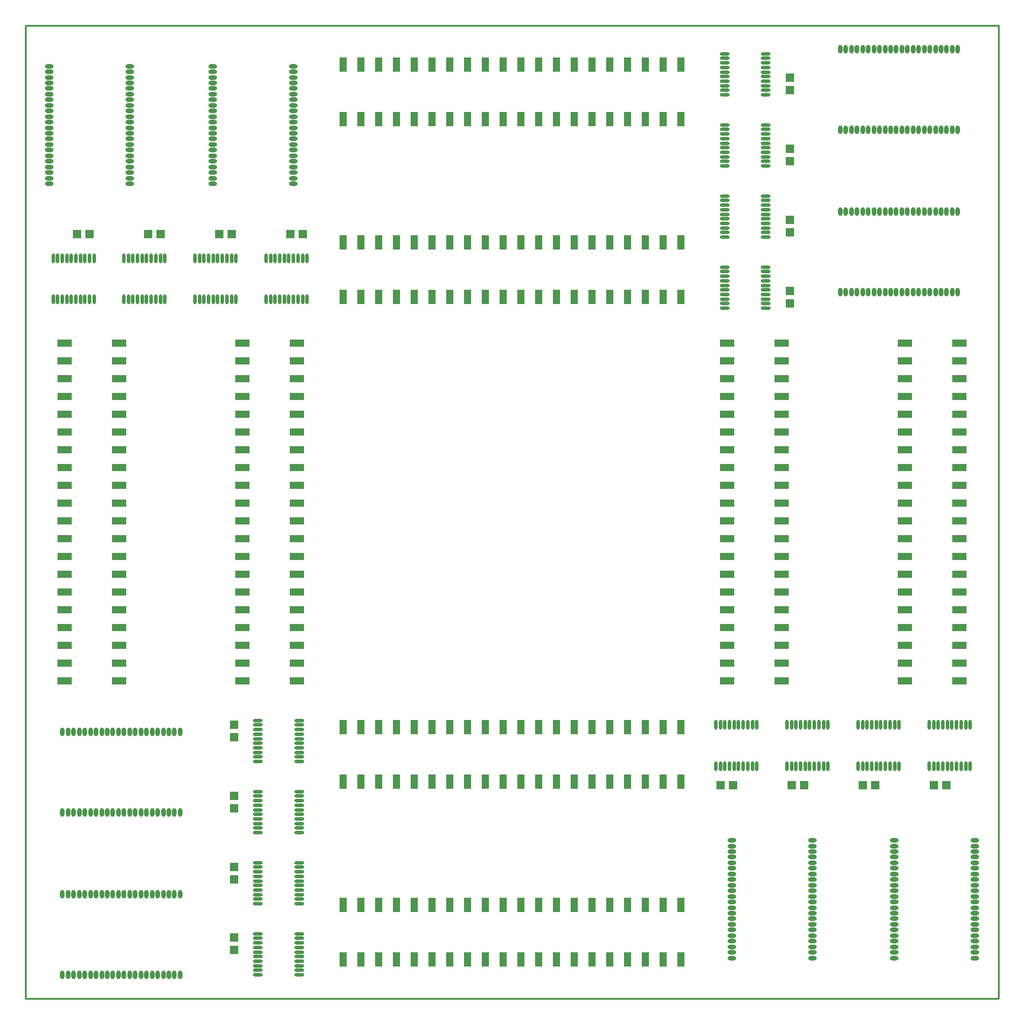
<source format=gtp>
G04 Layer_Color=8421504*
%FSLAX25Y25*%
%MOIN*%
G70*
G01*
G75*
%ADD10O,0.04724X0.02461*%
%ADD11O,0.01870X0.05512*%
%ADD12R,0.03937X0.07874*%
%ADD13R,0.07874X0.03937*%
%ADD14O,0.05512X0.01870*%
%ADD15O,0.02461X0.04724*%
%ADD16R,0.05000X0.05000*%
%ADD17R,0.05000X0.05000*%
%ADD19C,0.01000*%
D10*
X13362Y524571D02*
D03*
Y521421D02*
D03*
Y518272D02*
D03*
Y515122D02*
D03*
Y511972D02*
D03*
Y508823D02*
D03*
Y505673D02*
D03*
Y502524D02*
D03*
Y499374D02*
D03*
Y496224D02*
D03*
Y493075D02*
D03*
Y489925D02*
D03*
Y486776D02*
D03*
Y483626D02*
D03*
Y480476D02*
D03*
Y477327D02*
D03*
Y474177D02*
D03*
Y471028D02*
D03*
Y467878D02*
D03*
Y464728D02*
D03*
Y461579D02*
D03*
Y458429D02*
D03*
X58638Y524571D02*
D03*
Y521421D02*
D03*
Y518272D02*
D03*
Y515122D02*
D03*
Y511972D02*
D03*
Y508823D02*
D03*
Y505673D02*
D03*
Y502524D02*
D03*
Y499374D02*
D03*
Y496224D02*
D03*
Y493075D02*
D03*
Y489925D02*
D03*
Y486776D02*
D03*
Y483626D02*
D03*
Y480476D02*
D03*
Y477327D02*
D03*
Y474177D02*
D03*
Y471028D02*
D03*
Y467878D02*
D03*
Y464728D02*
D03*
Y461579D02*
D03*
Y458429D02*
D03*
X150638D02*
D03*
Y461579D02*
D03*
Y464728D02*
D03*
Y467878D02*
D03*
Y471028D02*
D03*
Y474177D02*
D03*
Y477327D02*
D03*
Y480476D02*
D03*
Y483626D02*
D03*
Y486776D02*
D03*
Y489925D02*
D03*
Y493075D02*
D03*
Y496224D02*
D03*
Y499374D02*
D03*
Y502524D02*
D03*
Y505673D02*
D03*
Y508823D02*
D03*
Y511972D02*
D03*
Y515122D02*
D03*
Y518272D02*
D03*
Y521421D02*
D03*
Y524571D02*
D03*
X105362Y458429D02*
D03*
Y461579D02*
D03*
Y464728D02*
D03*
Y467878D02*
D03*
Y471028D02*
D03*
Y474177D02*
D03*
Y477327D02*
D03*
Y480476D02*
D03*
Y483626D02*
D03*
Y486776D02*
D03*
Y489925D02*
D03*
Y493075D02*
D03*
Y496224D02*
D03*
Y499374D02*
D03*
Y502524D02*
D03*
Y505673D02*
D03*
Y508823D02*
D03*
Y511972D02*
D03*
Y515122D02*
D03*
Y518272D02*
D03*
Y521421D02*
D03*
Y524571D02*
D03*
X442638Y22929D02*
D03*
Y26079D02*
D03*
Y29228D02*
D03*
Y32378D02*
D03*
Y35528D02*
D03*
Y38677D02*
D03*
Y41827D02*
D03*
Y44976D02*
D03*
Y48126D02*
D03*
Y51276D02*
D03*
Y54425D02*
D03*
Y57575D02*
D03*
Y60724D02*
D03*
Y63874D02*
D03*
Y67024D02*
D03*
Y70173D02*
D03*
Y73323D02*
D03*
Y76472D02*
D03*
Y79622D02*
D03*
Y82772D02*
D03*
Y85921D02*
D03*
Y89071D02*
D03*
X397362Y22929D02*
D03*
Y26079D02*
D03*
Y29228D02*
D03*
Y32378D02*
D03*
Y35528D02*
D03*
Y38677D02*
D03*
Y41827D02*
D03*
Y44976D02*
D03*
Y48126D02*
D03*
Y51276D02*
D03*
Y54425D02*
D03*
Y57575D02*
D03*
Y60724D02*
D03*
Y63874D02*
D03*
Y67024D02*
D03*
Y70173D02*
D03*
Y73323D02*
D03*
Y76472D02*
D03*
Y79622D02*
D03*
Y82772D02*
D03*
Y85921D02*
D03*
Y89071D02*
D03*
X488862D02*
D03*
Y85921D02*
D03*
Y82772D02*
D03*
Y79622D02*
D03*
Y76472D02*
D03*
Y73323D02*
D03*
Y70173D02*
D03*
Y67024D02*
D03*
Y63874D02*
D03*
Y60724D02*
D03*
Y57575D02*
D03*
Y54425D02*
D03*
Y51276D02*
D03*
Y48126D02*
D03*
Y44976D02*
D03*
Y41827D02*
D03*
Y38677D02*
D03*
Y35528D02*
D03*
Y32378D02*
D03*
Y29228D02*
D03*
Y26079D02*
D03*
Y22929D02*
D03*
X534138Y89071D02*
D03*
Y85921D02*
D03*
Y82772D02*
D03*
Y79622D02*
D03*
Y76472D02*
D03*
Y73323D02*
D03*
Y70173D02*
D03*
Y67024D02*
D03*
Y63874D02*
D03*
Y60724D02*
D03*
Y57575D02*
D03*
Y54425D02*
D03*
Y51276D02*
D03*
Y48126D02*
D03*
Y44976D02*
D03*
Y41827D02*
D03*
Y38677D02*
D03*
Y35528D02*
D03*
Y32378D02*
D03*
Y29228D02*
D03*
Y26079D02*
D03*
Y22929D02*
D03*
D11*
X38713Y416614D02*
D03*
X36154D02*
D03*
X33595D02*
D03*
X31036D02*
D03*
X28477D02*
D03*
X25918D02*
D03*
X23359D02*
D03*
X20800D02*
D03*
X18241D02*
D03*
X15681D02*
D03*
X38713Y393386D02*
D03*
X36154D02*
D03*
X33595D02*
D03*
X31036D02*
D03*
X28477D02*
D03*
X25918D02*
D03*
X23359D02*
D03*
X20800D02*
D03*
X18241D02*
D03*
X15681D02*
D03*
X78516Y416614D02*
D03*
X75957D02*
D03*
X73398D02*
D03*
X70839D02*
D03*
X68280D02*
D03*
X65720D02*
D03*
X63161D02*
D03*
X60602D02*
D03*
X58043D02*
D03*
X55484D02*
D03*
X78516Y393386D02*
D03*
X75957D02*
D03*
X73398D02*
D03*
X70839D02*
D03*
X68280D02*
D03*
X65720D02*
D03*
X63161D02*
D03*
X60602D02*
D03*
X58043D02*
D03*
X55484D02*
D03*
X118516Y416614D02*
D03*
X115957D02*
D03*
X113398D02*
D03*
X110839D02*
D03*
X108280D02*
D03*
X105720D02*
D03*
X103161D02*
D03*
X100602D02*
D03*
X98043D02*
D03*
X95484D02*
D03*
X118516Y393386D02*
D03*
X115957D02*
D03*
X113398D02*
D03*
X110839D02*
D03*
X108280D02*
D03*
X105720D02*
D03*
X103161D02*
D03*
X100602D02*
D03*
X98043D02*
D03*
X95484D02*
D03*
X158516Y416614D02*
D03*
X155957D02*
D03*
X153398D02*
D03*
X150839D02*
D03*
X148280D02*
D03*
X145720D02*
D03*
X143161D02*
D03*
X140602D02*
D03*
X138043D02*
D03*
X135484D02*
D03*
X158516Y393386D02*
D03*
X155957D02*
D03*
X153398D02*
D03*
X150839D02*
D03*
X148280D02*
D03*
X145720D02*
D03*
X143161D02*
D03*
X140602D02*
D03*
X138043D02*
D03*
X135484D02*
D03*
X388484Y130886D02*
D03*
X391043D02*
D03*
X393602D02*
D03*
X396161D02*
D03*
X398720D02*
D03*
X401280D02*
D03*
X403839D02*
D03*
X406398D02*
D03*
X408957D02*
D03*
X411516D02*
D03*
X388484Y154114D02*
D03*
X391043D02*
D03*
X393602D02*
D03*
X396161D02*
D03*
X398720D02*
D03*
X401280D02*
D03*
X403839D02*
D03*
X406398D02*
D03*
X408957D02*
D03*
X411516D02*
D03*
X428484Y130886D02*
D03*
X431043D02*
D03*
X433602D02*
D03*
X436161D02*
D03*
X438720D02*
D03*
X441280D02*
D03*
X443839D02*
D03*
X446398D02*
D03*
X448957D02*
D03*
X451516D02*
D03*
X428484Y154114D02*
D03*
X431043D02*
D03*
X433602D02*
D03*
X436161D02*
D03*
X438720D02*
D03*
X441280D02*
D03*
X443839D02*
D03*
X446398D02*
D03*
X448957D02*
D03*
X451516D02*
D03*
X468484Y130886D02*
D03*
X471043D02*
D03*
X473602D02*
D03*
X476161D02*
D03*
X478720D02*
D03*
X481280D02*
D03*
X483839D02*
D03*
X486398D02*
D03*
X488957D02*
D03*
X491516D02*
D03*
X468484Y154114D02*
D03*
X471043D02*
D03*
X473602D02*
D03*
X476161D02*
D03*
X478720D02*
D03*
X481280D02*
D03*
X483839D02*
D03*
X486398D02*
D03*
X488957D02*
D03*
X491516D02*
D03*
X508484Y130886D02*
D03*
X511043D02*
D03*
X513602D02*
D03*
X516161D02*
D03*
X518720D02*
D03*
X521280D02*
D03*
X523839D02*
D03*
X526398D02*
D03*
X528957D02*
D03*
X531516D02*
D03*
X508484Y154114D02*
D03*
X511043D02*
D03*
X513602D02*
D03*
X516161D02*
D03*
X518720D02*
D03*
X521280D02*
D03*
X523839D02*
D03*
X526398D02*
D03*
X528957D02*
D03*
X531516D02*
D03*
D12*
X328750Y525354D02*
D03*
X348750D02*
D03*
X358750D02*
D03*
X368750D02*
D03*
X338750D02*
D03*
X288750D02*
D03*
X318750D02*
D03*
X308750D02*
D03*
X298750D02*
D03*
X278750D02*
D03*
X238750D02*
D03*
X268750D02*
D03*
X258750D02*
D03*
X248750D02*
D03*
X228750D02*
D03*
X188750D02*
D03*
X218750D02*
D03*
X208750D02*
D03*
X198750D02*
D03*
X178750D02*
D03*
Y494646D02*
D03*
X198750D02*
D03*
X208750D02*
D03*
X218750D02*
D03*
X188750D02*
D03*
X228750D02*
D03*
X248750D02*
D03*
X258750D02*
D03*
X268750D02*
D03*
X238750D02*
D03*
X278750D02*
D03*
X298750D02*
D03*
X308750D02*
D03*
X318750D02*
D03*
X288750D02*
D03*
X338750D02*
D03*
X368750D02*
D03*
X358750D02*
D03*
X348750D02*
D03*
X328750D02*
D03*
Y425354D02*
D03*
X348750D02*
D03*
X358750D02*
D03*
X368750D02*
D03*
X338750D02*
D03*
X288750D02*
D03*
X318750D02*
D03*
X308750D02*
D03*
X298750D02*
D03*
X278750D02*
D03*
X238750D02*
D03*
X268750D02*
D03*
X258750D02*
D03*
X248750D02*
D03*
X228750D02*
D03*
X188750D02*
D03*
X218750D02*
D03*
X208750D02*
D03*
X198750D02*
D03*
X178750D02*
D03*
Y394646D02*
D03*
X198750D02*
D03*
X208750D02*
D03*
X218750D02*
D03*
X188750D02*
D03*
X228750D02*
D03*
X248750D02*
D03*
X258750D02*
D03*
X268750D02*
D03*
X238750D02*
D03*
X278750D02*
D03*
X298750D02*
D03*
X308750D02*
D03*
X318750D02*
D03*
X288750D02*
D03*
X338750D02*
D03*
X368750D02*
D03*
X358750D02*
D03*
X348750D02*
D03*
X328750D02*
D03*
X218750Y22146D02*
D03*
X198750D02*
D03*
X188750D02*
D03*
X178750D02*
D03*
X208750D02*
D03*
X258750D02*
D03*
X228750D02*
D03*
X238750D02*
D03*
X248750D02*
D03*
X268750D02*
D03*
X308750D02*
D03*
X278750D02*
D03*
X288750D02*
D03*
X298750D02*
D03*
X318750D02*
D03*
X358750D02*
D03*
X328750D02*
D03*
X338750D02*
D03*
X348750D02*
D03*
X368750D02*
D03*
Y52854D02*
D03*
X348750D02*
D03*
X338750D02*
D03*
X328750D02*
D03*
X358750D02*
D03*
X318750D02*
D03*
X298750D02*
D03*
X288750D02*
D03*
X278750D02*
D03*
X308750D02*
D03*
X268750D02*
D03*
X248750D02*
D03*
X238750D02*
D03*
X228750D02*
D03*
X258750D02*
D03*
X208750D02*
D03*
X178750D02*
D03*
X188750D02*
D03*
X198750D02*
D03*
X218750D02*
D03*
Y122146D02*
D03*
X198750D02*
D03*
X188750D02*
D03*
X178750D02*
D03*
X208750D02*
D03*
X258750D02*
D03*
X228750D02*
D03*
X238750D02*
D03*
X248750D02*
D03*
X268750D02*
D03*
X308750D02*
D03*
X278750D02*
D03*
X288750D02*
D03*
X298750D02*
D03*
X318750D02*
D03*
X358750D02*
D03*
X328750D02*
D03*
X338750D02*
D03*
X348750D02*
D03*
X368750D02*
D03*
Y152854D02*
D03*
X348750D02*
D03*
X338750D02*
D03*
X328750D02*
D03*
X358750D02*
D03*
X318750D02*
D03*
X298750D02*
D03*
X288750D02*
D03*
X278750D02*
D03*
X308750D02*
D03*
X268750D02*
D03*
X248750D02*
D03*
X238750D02*
D03*
X228750D02*
D03*
X258750D02*
D03*
X208750D02*
D03*
X178750D02*
D03*
X188750D02*
D03*
X198750D02*
D03*
X218750D02*
D03*
D13*
X525354Y218750D02*
D03*
Y198750D02*
D03*
Y188750D02*
D03*
Y178750D02*
D03*
Y208750D02*
D03*
Y258750D02*
D03*
Y228750D02*
D03*
Y238750D02*
D03*
Y248750D02*
D03*
Y268750D02*
D03*
Y308750D02*
D03*
Y278750D02*
D03*
Y288750D02*
D03*
Y298750D02*
D03*
Y318750D02*
D03*
Y358750D02*
D03*
Y328750D02*
D03*
Y338750D02*
D03*
Y348750D02*
D03*
Y368750D02*
D03*
X494646D02*
D03*
Y348750D02*
D03*
Y338750D02*
D03*
Y328750D02*
D03*
Y358750D02*
D03*
Y318750D02*
D03*
Y298750D02*
D03*
Y288750D02*
D03*
Y278750D02*
D03*
Y308750D02*
D03*
Y268750D02*
D03*
Y248750D02*
D03*
Y238750D02*
D03*
Y228750D02*
D03*
Y258750D02*
D03*
Y208750D02*
D03*
Y178750D02*
D03*
Y188750D02*
D03*
Y198750D02*
D03*
Y218750D02*
D03*
X425354D02*
D03*
Y198750D02*
D03*
Y188750D02*
D03*
Y178750D02*
D03*
Y208750D02*
D03*
Y258750D02*
D03*
Y228750D02*
D03*
Y238750D02*
D03*
Y248750D02*
D03*
Y268750D02*
D03*
Y308750D02*
D03*
Y278750D02*
D03*
Y288750D02*
D03*
Y298750D02*
D03*
Y318750D02*
D03*
Y358750D02*
D03*
Y328750D02*
D03*
Y338750D02*
D03*
Y348750D02*
D03*
Y368750D02*
D03*
X394646D02*
D03*
Y348750D02*
D03*
Y338750D02*
D03*
Y328750D02*
D03*
Y358750D02*
D03*
Y318750D02*
D03*
Y298750D02*
D03*
Y288750D02*
D03*
Y278750D02*
D03*
Y308750D02*
D03*
Y268750D02*
D03*
Y248750D02*
D03*
Y238750D02*
D03*
Y228750D02*
D03*
Y258750D02*
D03*
Y208750D02*
D03*
Y178750D02*
D03*
Y188750D02*
D03*
Y198750D02*
D03*
Y218750D02*
D03*
X22146Y328750D02*
D03*
Y348750D02*
D03*
Y358750D02*
D03*
Y368750D02*
D03*
Y338750D02*
D03*
Y288750D02*
D03*
Y318750D02*
D03*
Y308750D02*
D03*
Y298750D02*
D03*
Y278750D02*
D03*
Y238750D02*
D03*
Y268750D02*
D03*
Y258750D02*
D03*
Y248750D02*
D03*
Y228750D02*
D03*
Y188750D02*
D03*
Y218750D02*
D03*
Y208750D02*
D03*
Y198750D02*
D03*
Y178750D02*
D03*
X52854D02*
D03*
Y198750D02*
D03*
Y208750D02*
D03*
Y218750D02*
D03*
Y188750D02*
D03*
Y228750D02*
D03*
Y248750D02*
D03*
Y258750D02*
D03*
Y268750D02*
D03*
Y238750D02*
D03*
Y278750D02*
D03*
Y298750D02*
D03*
Y308750D02*
D03*
Y318750D02*
D03*
Y288750D02*
D03*
Y338750D02*
D03*
Y368750D02*
D03*
Y358750D02*
D03*
Y348750D02*
D03*
Y328750D02*
D03*
X122146D02*
D03*
Y348750D02*
D03*
Y358750D02*
D03*
Y368750D02*
D03*
Y338750D02*
D03*
Y288750D02*
D03*
Y318750D02*
D03*
Y308750D02*
D03*
Y298750D02*
D03*
Y278750D02*
D03*
Y238750D02*
D03*
Y268750D02*
D03*
Y258750D02*
D03*
Y248750D02*
D03*
Y228750D02*
D03*
Y188750D02*
D03*
Y218750D02*
D03*
Y208750D02*
D03*
Y198750D02*
D03*
Y178750D02*
D03*
X152854D02*
D03*
Y198750D02*
D03*
Y208750D02*
D03*
Y218750D02*
D03*
Y188750D02*
D03*
Y228750D02*
D03*
Y248750D02*
D03*
Y258750D02*
D03*
Y268750D02*
D03*
Y238750D02*
D03*
Y278750D02*
D03*
Y298750D02*
D03*
Y308750D02*
D03*
Y318750D02*
D03*
Y288750D02*
D03*
Y338750D02*
D03*
Y368750D02*
D03*
Y358750D02*
D03*
Y348750D02*
D03*
Y328750D02*
D03*
D14*
X416614Y428484D02*
D03*
Y431043D02*
D03*
Y433602D02*
D03*
Y436161D02*
D03*
Y438720D02*
D03*
Y441280D02*
D03*
Y443839D02*
D03*
Y446398D02*
D03*
Y448957D02*
D03*
Y451516D02*
D03*
X393386Y428484D02*
D03*
Y431043D02*
D03*
Y433602D02*
D03*
Y436161D02*
D03*
Y438720D02*
D03*
Y441280D02*
D03*
Y443839D02*
D03*
Y446398D02*
D03*
Y448957D02*
D03*
Y451516D02*
D03*
X416614Y388484D02*
D03*
Y391043D02*
D03*
Y393602D02*
D03*
Y396161D02*
D03*
Y398720D02*
D03*
Y401280D02*
D03*
Y403839D02*
D03*
Y406398D02*
D03*
Y408957D02*
D03*
Y411516D02*
D03*
X393386Y388484D02*
D03*
Y391043D02*
D03*
Y393602D02*
D03*
Y396161D02*
D03*
Y398720D02*
D03*
Y401280D02*
D03*
Y403839D02*
D03*
Y406398D02*
D03*
Y408957D02*
D03*
Y411516D02*
D03*
X416614Y508484D02*
D03*
Y511043D02*
D03*
Y513602D02*
D03*
Y516161D02*
D03*
Y518720D02*
D03*
Y521280D02*
D03*
Y523839D02*
D03*
Y526398D02*
D03*
Y528957D02*
D03*
Y531516D02*
D03*
X393386Y508484D02*
D03*
Y511043D02*
D03*
Y513602D02*
D03*
Y516161D02*
D03*
Y518720D02*
D03*
Y521280D02*
D03*
Y523839D02*
D03*
Y526398D02*
D03*
Y528957D02*
D03*
Y531516D02*
D03*
X416614Y468484D02*
D03*
Y471043D02*
D03*
Y473602D02*
D03*
Y476161D02*
D03*
Y478720D02*
D03*
Y481280D02*
D03*
Y483839D02*
D03*
Y486398D02*
D03*
Y488957D02*
D03*
Y491516D02*
D03*
X393386Y468484D02*
D03*
Y471043D02*
D03*
Y473602D02*
D03*
Y476161D02*
D03*
Y478720D02*
D03*
Y481280D02*
D03*
Y483839D02*
D03*
Y486398D02*
D03*
Y488957D02*
D03*
Y491516D02*
D03*
X130886Y156516D02*
D03*
Y153957D02*
D03*
Y151398D02*
D03*
Y148839D02*
D03*
Y146280D02*
D03*
Y143720D02*
D03*
Y141161D02*
D03*
Y138602D02*
D03*
Y136043D02*
D03*
Y133484D02*
D03*
X154114Y156516D02*
D03*
Y153957D02*
D03*
Y151398D02*
D03*
Y148839D02*
D03*
Y146280D02*
D03*
Y143720D02*
D03*
Y141161D02*
D03*
Y138602D02*
D03*
Y136043D02*
D03*
Y133484D02*
D03*
X130886Y116516D02*
D03*
Y113957D02*
D03*
Y111398D02*
D03*
Y108839D02*
D03*
Y106280D02*
D03*
Y103720D02*
D03*
Y101161D02*
D03*
Y98602D02*
D03*
Y96043D02*
D03*
Y93484D02*
D03*
X154114Y116516D02*
D03*
Y113957D02*
D03*
Y111398D02*
D03*
Y108839D02*
D03*
Y106280D02*
D03*
Y103720D02*
D03*
Y101161D02*
D03*
Y98602D02*
D03*
Y96043D02*
D03*
Y93484D02*
D03*
X130886Y76516D02*
D03*
Y73957D02*
D03*
Y71398D02*
D03*
Y68839D02*
D03*
Y66280D02*
D03*
Y63720D02*
D03*
Y61161D02*
D03*
Y58602D02*
D03*
Y56043D02*
D03*
Y53484D02*
D03*
X154114Y76516D02*
D03*
Y73957D02*
D03*
Y71398D02*
D03*
Y68839D02*
D03*
Y66280D02*
D03*
Y63720D02*
D03*
Y61161D02*
D03*
Y58602D02*
D03*
Y56043D02*
D03*
Y53484D02*
D03*
X130886Y36516D02*
D03*
Y33957D02*
D03*
Y31398D02*
D03*
Y28839D02*
D03*
Y26280D02*
D03*
Y23720D02*
D03*
Y21161D02*
D03*
Y18602D02*
D03*
Y16043D02*
D03*
Y13484D02*
D03*
X154114Y36516D02*
D03*
Y33957D02*
D03*
Y31398D02*
D03*
Y28839D02*
D03*
Y26280D02*
D03*
Y23720D02*
D03*
Y21161D02*
D03*
Y18602D02*
D03*
Y16043D02*
D03*
Y13484D02*
D03*
D15*
X524571Y442638D02*
D03*
X521421D02*
D03*
X518272D02*
D03*
X515122D02*
D03*
X511972D02*
D03*
X508823D02*
D03*
X505673D02*
D03*
X502524D02*
D03*
X499374D02*
D03*
X496224D02*
D03*
X493075D02*
D03*
X489925D02*
D03*
X486776D02*
D03*
X483626D02*
D03*
X480476D02*
D03*
X477327D02*
D03*
X474177D02*
D03*
X471028D02*
D03*
X467878D02*
D03*
X464728D02*
D03*
X461579D02*
D03*
X458429D02*
D03*
X524571Y397362D02*
D03*
X521421D02*
D03*
X518272D02*
D03*
X515122D02*
D03*
X511972D02*
D03*
X508823D02*
D03*
X505673D02*
D03*
X502524D02*
D03*
X499374D02*
D03*
X496224D02*
D03*
X493075D02*
D03*
X489925D02*
D03*
X486776D02*
D03*
X483626D02*
D03*
X480476D02*
D03*
X477327D02*
D03*
X474177D02*
D03*
X471028D02*
D03*
X467878D02*
D03*
X464728D02*
D03*
X461579D02*
D03*
X458429D02*
D03*
Y488862D02*
D03*
X461579D02*
D03*
X464728D02*
D03*
X467878D02*
D03*
X471028D02*
D03*
X474177D02*
D03*
X477327D02*
D03*
X480476D02*
D03*
X483626D02*
D03*
X486776D02*
D03*
X489925D02*
D03*
X493075D02*
D03*
X496224D02*
D03*
X499374D02*
D03*
X502524D02*
D03*
X505673D02*
D03*
X508823D02*
D03*
X511972D02*
D03*
X515122D02*
D03*
X518272D02*
D03*
X521421D02*
D03*
X524571D02*
D03*
X458429Y534138D02*
D03*
X461579D02*
D03*
X464728D02*
D03*
X467878D02*
D03*
X471028D02*
D03*
X474177D02*
D03*
X477327D02*
D03*
X480476D02*
D03*
X483626D02*
D03*
X486776D02*
D03*
X489925D02*
D03*
X493075D02*
D03*
X496224D02*
D03*
X499374D02*
D03*
X502524D02*
D03*
X505673D02*
D03*
X508823D02*
D03*
X511972D02*
D03*
X515122D02*
D03*
X518272D02*
D03*
X521421D02*
D03*
X524571D02*
D03*
X87071Y58638D02*
D03*
X83921D02*
D03*
X80772D02*
D03*
X77622D02*
D03*
X74472D02*
D03*
X71323D02*
D03*
X68173D02*
D03*
X65024D02*
D03*
X61874D02*
D03*
X58724D02*
D03*
X55575D02*
D03*
X52425D02*
D03*
X49276D02*
D03*
X46126D02*
D03*
X42976D02*
D03*
X39827D02*
D03*
X36677D02*
D03*
X33528D02*
D03*
X30378D02*
D03*
X27228D02*
D03*
X24079D02*
D03*
X20929D02*
D03*
X87071Y13362D02*
D03*
X83921D02*
D03*
X80772D02*
D03*
X77622D02*
D03*
X74472D02*
D03*
X71323D02*
D03*
X68173D02*
D03*
X65024D02*
D03*
X61874D02*
D03*
X58724D02*
D03*
X55575D02*
D03*
X52425D02*
D03*
X49276D02*
D03*
X46126D02*
D03*
X42976D02*
D03*
X39827D02*
D03*
X36677D02*
D03*
X33528D02*
D03*
X30378D02*
D03*
X27228D02*
D03*
X24079D02*
D03*
X20929D02*
D03*
Y104862D02*
D03*
X24079D02*
D03*
X27228D02*
D03*
X30378D02*
D03*
X33528D02*
D03*
X36677D02*
D03*
X39827D02*
D03*
X42976D02*
D03*
X46126D02*
D03*
X49276D02*
D03*
X52425D02*
D03*
X55575D02*
D03*
X58724D02*
D03*
X61874D02*
D03*
X65024D02*
D03*
X68173D02*
D03*
X71323D02*
D03*
X74472D02*
D03*
X77622D02*
D03*
X80772D02*
D03*
X83921D02*
D03*
X87071D02*
D03*
X20929Y150138D02*
D03*
X24079D02*
D03*
X27228D02*
D03*
X30378D02*
D03*
X33528D02*
D03*
X36677D02*
D03*
X39827D02*
D03*
X42976D02*
D03*
X46126D02*
D03*
X49276D02*
D03*
X52425D02*
D03*
X55575D02*
D03*
X58724D02*
D03*
X61874D02*
D03*
X65024D02*
D03*
X68173D02*
D03*
X71323D02*
D03*
X74472D02*
D03*
X77622D02*
D03*
X80772D02*
D03*
X83921D02*
D03*
X87071D02*
D03*
D16*
X156200Y430000D02*
D03*
X149200D02*
D03*
X116200D02*
D03*
X109200D02*
D03*
X76200D02*
D03*
X69200D02*
D03*
X36200D02*
D03*
X29200D02*
D03*
X398000Y120000D02*
D03*
X391000D02*
D03*
X438000D02*
D03*
X431000D02*
D03*
X478000D02*
D03*
X471000D02*
D03*
X518000D02*
D03*
X511000D02*
D03*
D17*
X430000Y478000D02*
D03*
Y471000D02*
D03*
Y518000D02*
D03*
Y511000D02*
D03*
Y391000D02*
D03*
Y398000D02*
D03*
Y431000D02*
D03*
Y438000D02*
D03*
X117500Y154000D02*
D03*
Y147000D02*
D03*
Y114000D02*
D03*
Y107000D02*
D03*
Y74000D02*
D03*
Y67000D02*
D03*
Y34500D02*
D03*
Y27500D02*
D03*
D19*
X0Y0D02*
Y547500D01*
X547500D01*
Y0D02*
Y547500D01*
X0Y0D02*
X547500D01*
M02*

</source>
